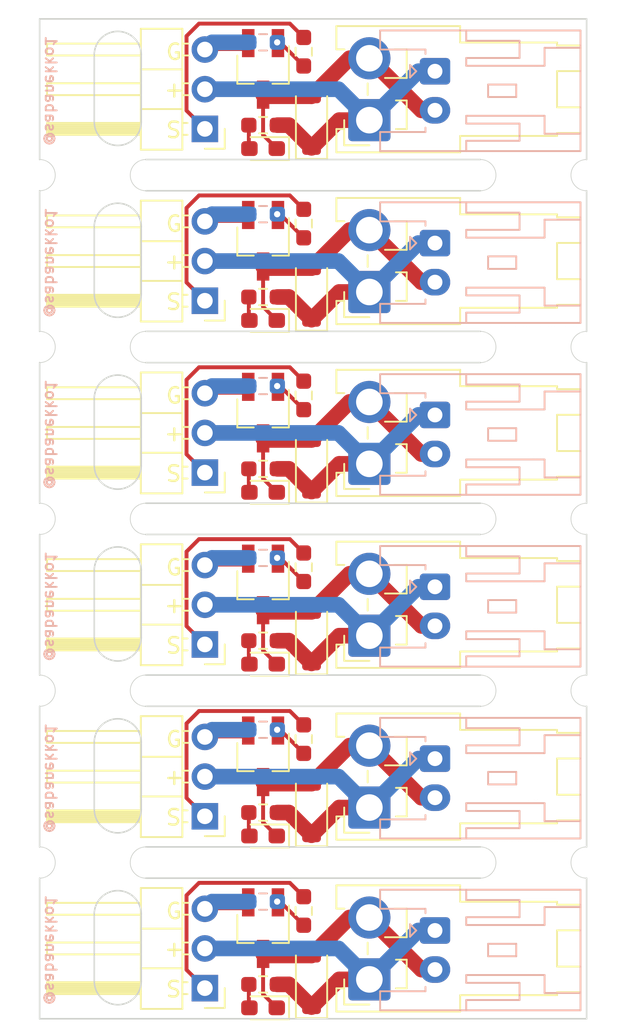
<source format=kicad_pcb>
(kicad_pcb (version 20221018) (generator pcbnew)
  (layers (0 "F.Cu" signal) (31 "B.Cu" signal) (34 "B.Paste" user) (35 "F.Paste" user) (36 "B.SilkS" user "B.Silkscreen") (37 "F.SilkS" user "F.Silkscreen") (38 "B.Mask" user) (39 "F.Mask" user) (44 "Edge.Cuts" user))
  (net 0 "")
  (net 1 "+BATT")
  (net 2 "Net-(D1-A)")
  (net 3 "Net-(D2-A)")
  (net 4 "Net-(J1-Pin_1)")
  (net 5 "GND")
  (net 6 "Net-(Q1-B)")
  (footprint "Robocon_Connector:Mouse_bits_2x5" (layer "F.Cu") (at 103.4 56.05)
    (fp_text reference "REF**5" hide)
    (fp_text value "Mouse_bits_2x5")
    (fp_arc (start -3.4 -0.05) (mid -2.4 0.95) (end -3.4 1.95) (stroke (width 0.05)) (layer "Edge.Cuts"))
    (fp_arc (start 3.4 1.95) (mid 2.4 0.95) (end 3.4 -0.05) (stroke (width 0.05)) (layer "Edge.Cuts"))
  )
  (footprint "Package_TO_SOT_SMD:SC-59_Handsoldering" (layer "F.Cu") (at 114.3 83.2 -90)
    (fp_text reference "Q2" hide)
    (fp_text value "Q_NPN_BEC")
  )
  (footprint "Diode_SMD:D_SOD-123" (layer "F.Cu") (at 117.4 86.6 90)
    (fp_text reference "D3" hide)
    (fp_text value "D")
  )
  (footprint "Robocon_Connector:Mouse_bits_2x5" (layer "F.Cu") (at 103.4 78.05)
    (fp_text reference "REF**1" hide)
    (fp_text value "Mouse_bits_2x5")
    (fp_arc (start -3.4 -0.05) (mid -2.4 0.95) (end -3.4 1.95) (stroke (width 0.05)) (layer "Edge.Cuts"))
    (fp_arc (start 3.4 1.95) (mid 2.4 0.95) (end 3.4 -0.05) (stroke (width 0.05)) (layer "Edge.Cuts"))
  )
  (footprint "Robocon_Connector:Mouse_bits_2x5" (layer "F.Cu") (at 131.6 78.05)
    (fp_text reference "REF**2" hide)
    (fp_text value "Mouse_bits_2x5")
    (fp_arc (start -3.4 -0.05) (mid -2.4 0.95) (end -3.4 1.95) (stroke (width 0.05)) (layer "Edge.Cuts"))
    (fp_arc (start 3.4 1.95) (mid 2.4 0.95) (end 3.4 -0.05) (stroke (width 0.05)) (layer "Edge.Cuts"))
  )
  (footprint "Diode_SMD:D_SOD-123" (layer "F.Cu") (at 117.4 53.6 90)
    (fp_text reference "D9" hide)
    (fp_text value "D")
  )
  (footprint "Connector_PinHeader_2.54mm:PinHeader_1x03_P2.54mm_Horizontal" (layer "F.Cu") (at 110.575 87.04 180)
    (fp_text reference "J4" hide)
    (fp_text value "Conn_01x03")
  )
  (footprint "Connector_PinHeader_2.54mm:PinHeader_1x03_P2.54mm_Horizontal" (layer "F.Cu") (at 110.575 76.04 180)
    (fp_text reference "J7" hide)
    (fp_text value "Conn_01x03")
  )
  (footprint "Resistor_SMD:R_0603_1608Metric_Pad0.98x0.95mm_HandSolder" (layer "F.Cu") (at 114.3 75.8 180)
    (fp_text reference "R9" hide)
    (fp_text value "R")
  )
  (footprint "LED_SMD:LED_0603_1608Metric_Pad1.05x0.95mm_HandSolder" (layer "F.Cu") (at 114.3 99.3 180)
    (fp_text reference "D2" hide)
    (fp_text value "LED")
  )
  (footprint "Robocon_Connector:Mouse_bits_2x5" (layer "F.Cu") (at 131.6 45.05)
    (fp_text reference "REF**8" hide)
    (fp_text value "Mouse_bits_2x5")
    (fp_arc (start -3.4 -0.05) (mid -2.4 0.95) (end -3.4 1.95) (stroke (width 0.05)) (layer "Edge.Cuts"))
    (fp_arc (start 3.4 1.95) (mid 2.4 0.95) (end 3.4 -0.05) (stroke (width 0.05)) (layer "Edge.Cuts"))
  )
  (footprint "Resistor_SMD:R_0603_1608Metric_Pad0.98x0.95mm_HandSolder" (layer "F.Cu") (at 114.3 64.8 180)
    (fp_text reference "R12" hide)
    (fp_text value "R")
  )
  (footprint "Resistor_SMD:R_0603_1608Metric_Pad0.98x0.95mm_HandSolder" (layer "F.Cu") (at 114.3 42.8 180)
    (fp_text reference "R18" hide)
    (fp_text value "R")
  )
  (footprint "LED_SMD:LED_0603_1608Metric_Pad1.05x0.95mm_HandSolder" (layer "F.Cu") (at 114.3 44.3 180)
    (fp_text reference "D12" hide)
    (fp_text value "LED")
  )
  (footprint "Resistor_SMD:R_0603_1608Metric_Pad0.98x0.95mm_HandSolder" (layer "F.Cu") (at 116.9 93.1 -90)
    (fp_text reference "R1" hide)
    (fp_text value "R")
  )
  (footprint "Robocon_Connector:Mouse_bits_2x5" (layer "F.Cu") (at 131.6 67.05)
    (fp_text reference "REF**4" hide)
    (fp_text value "Mouse_bits_2x5")
    (fp_arc (start -3.4 -0.05) (mid -2.4 0.95) (end -3.4 1.95) (stroke (width 0.05)) (layer "Edge.Cuts"))
    (fp_arc (start 3.4 1.95) (mid 2.4 0.95) (end 3.4 -0.05) (stroke (width 0.05)) (layer "Edge.Cuts"))
  )
  (footprint "Robocon_Connector:Mouse_bits_2x5" (layer "F.Cu") (at 103.4 45.05)
    (fp_text reference "REF**7" hide)
    (fp_text value "Mouse_bits_2x5")
    (fp_arc (start -3.4 -0.05) (mid -2.4 0.95) (end -3.4 1.95) (stroke (width 0.05)) (layer "Edge.Cuts"))
    (fp_arc (start 3.4 1.95) (mid 2.4 0.95) (end 3.4 -0.05) (stroke (width 0.05)) (layer "Edge.Cuts"))
  )
  (footprint "Resistor_SMD:R_0603_1608Metric_Pad0.98x0.95mm_HandSolder" (layer "F.Cu") (at 114.3 86.8 180)
    (fp_text reference "R6" hide)
    (fp_text value "R")
  )
  (footprint "Robocon_Connector:Mouse_bits_2x5" (layer "F.Cu") (at 131.6 89.05)
    (fp_text reference "REF**" hide)
    (fp_text value "Mouse_bits_2x5")
    (fp_arc (start -3.4 -0.05) (mid -2.4 0.95) (end -3.4 1.95) (stroke (width 0.05)) (layer "Edge.Cuts"))
    (fp_arc (start 3.4 1.95) (mid 2.4 0.95) (end 3.4 -0.05) (stroke (width 0.05)) (layer "Edge.Cuts"))
  )
  (footprint "Package_TO_SOT_SMD:SC-59_Handsoldering" (layer "F.Cu") (at 114.3 50.2 -90)
    (fp_text reference "Q5" hide)
    (fp_text value "Q_NPN_BEC")
  )
  (footprint "LED_SMD:LED_0603_1608Metric_Pad1.05x0.95mm_HandSolder" (layer "F.Cu") (at 114.3 77.3 180)
    (fp_text reference "D6" hide)
    (fp_text value "LED")
  )
  (footprint "LED_SMD:LED_0603_1608Metric_Pad1.05x0.95mm_HandSolder" (layer "F.Cu") (at 114.3 88.3 180)
    (fp_text reference "D4" hide)
    (fp_text value "LED")
  )
  (footprint "Package_TO_SOT_SMD:SC-59_Handsoldering" (layer "F.Cu") (at 114.3 94.2 -90)
    (fp_text reference "Q1" hide)
    (fp_text value "Q_NPN_BEC")
  )
  (footprint "Resistor_SMD:R_0603_1608Metric_Pad0.98x0.95mm_HandSolder" (layer "F.Cu") (at 114.3 97.8 180)
    (fp_text reference "R3" hide)
    (fp_text value "R")
  )
  (footprint "Diode_SMD:D_SOD-123" (layer "F.Cu") (at 117.4 97.6 90)
    (fp_text reference "D1" hide)
    (fp_text value "D")
  )
  (footprint "Resistor_SMD:R_0603_1608Metric_Pad0.98x0.95mm_HandSolder" (layer "F.Cu") (at 116.9 82.1 -90)
    (fp_text reference "R4" hide)
    (fp_text value "R")
  )
  (footprint "Resistor_SMD:R_0603_1608Metric_Pad0.98x0.95mm_HandSolder" (layer "F.Cu") (at 116.9 60.1 -90)
    (fp_text reference "R10" hide)
    (fp_text value "R")
  )
  (footprint "Resistor_SMD:R_0603_1608Metric_Pad0.98x0.95mm_HandSolder" (layer "F.Cu") (at 116.9 38.1 -90)
    (fp_text reference "R16" hide)
    (fp_text value "R")
  )
  (footprint "Robocon_Connector:Mouse_bits_2x5" (layer "F.Cu") (at 103.4 67.05)
    (fp_text reference "REF**3" hide)
    (fp_text value "Mouse_bits_2x5")
    (fp_arc (start -3.4 -0.05) (mid -2.4 0.95) (end -3.4 1.95) (stroke (width 0.05)) (layer "Edge.Cuts"))
    (fp_arc (start 3.4 1.95) (mid 2.4 0.95) (end 3.4 -0.05) (stroke (width 0.05)) (layer "Edge.Cuts"))
  )
  (footprint "Connector_JST:JST_VH_S2P-VH_1x02_P3.96mm_Horizontal" (layer "F.Cu") (at 121.1 53.48 90)
    (fp_text reference "J15" hide)
    (fp_text value "Conn_01x02")
  )
  (footprint "Resistor_SMD:R_0603_1608Metric_Pad0.98x0.95mm_HandSolder" (layer "F.Cu") (at 116.9 71.1 -90)
    (fp_text reference "R7" hide)
    (fp_text value "R")
  )
  (footprint "Resistor_SMD:R_0603_1608Metric_Pad0.98x0.95mm_HandSolder" (layer "F.Cu") (at 114.3 53.8 180)
    (fp_text reference "R15" hide)
    (fp_text value "R")
  )
  (footprint "Resistor_SMD:R_0603_1608Metric_Pad0.98x0.95mm_HandSolder" (layer "F.Cu") (at 116.9 49.1 -90)
    (fp_text reference "R13" hide)
    (fp_text value "R")
  )
  (footprint "Robocon_Connector:Mouse_bits_2x5" (layer "F.Cu") (at 103.4 89.05)
    (fp_text reference "REF**" hide)
    (fp_text value "Mouse_bits_2x5")
    (fp_arc (start -3.4 -0.05) (mid -2.4 0.95) (end -3.4 1.95) (stroke (width 0.05)) (layer "Edge.Cuts"))
    (fp_arc (start 3.4 1.95) (mid 2.4 0.95) (end 3.4 -0.05) (stroke (width 0.05)) (layer "Edge.Cuts"))
  )
  (footprint "Diode_SMD:D_SOD-123" (layer "F.Cu") (at 117.4 64.6 90)
    (fp_text reference "D7" hide)
    (fp_text value "D")
  )
  (footprint "LED_SMD:LED_0603_1608Metric_Pad1.05x0.95mm_HandSolder" (layer "F.Cu") (at 114.3 66.3 180)
    (fp_text reference "D8" hide)
    (fp_text value "LED")
  )
  (footprint "Connector_PinHeader_2.54mm:PinHeader_1x03_P2.54mm_Horizontal" (layer "F.Cu") (at 110.575 98.04 180)
    (fp_text reference "J1" hide)
    (fp_text value "Conn_01x03")
  )
  (footprint "Connector_PinHeader_2.54mm:PinHeader_1x03_P2.54mm_Horizontal" (layer "F.Cu") (at 110.575 54.04 180)
    (fp_text reference "J13" hide)
    (fp_text value "Conn_01x03")
  )
  (footprint "Diode_SMD:D_SOD-123" (layer "F.Cu") (at 117.4 75.6 90)
    (fp_text reference "D5" hide)
    (fp_text value "D")
  )
  (footprint "Package_TO_SOT_SMD:SC-59_Handsoldering" (layer "F.Cu") (at 114.3 72.2 -90)
    (fp_text reference "Q3" hide)
    (fp_text value "Q_NPN_BEC")
  )
  (footprint "Robocon_Connector:Mouse_bits_2x5" (layer "F.Cu") (at 131.6 56.05)
    (fp_text reference "REF**6" hide)
    (fp_text value "Mouse_bits_2x5")
    (fp_arc (start -3.4 -0.05) (mid -2.4 0.95) (end -3.4 1.95) (stroke (width 0.05)) (layer "Edge.Cuts"))
    (fp_arc (start 3.4 1.95) (mid 2.4 0.95) (end 3.4 -0.05) (stroke (width 0.05)) (layer "Edge.Cuts"))
  )
  (footprint "Connector_JST:JST_VH_S2P-VH_1x02_P3.96mm_Horizontal" (layer "F.Cu") (at 121.1 75.48 90)
    (fp_text reference "J9" hide)
    (fp_text value "Conn_01x02")
  )
  (footprint "LED_SMD:LED_0603_1608Metric_Pad1.05x0.95mm_HandSolder" (layer "F.Cu") (at 114.3 55.3 180)
    (fp_text reference "D10" hide)
    (fp_text value "LED")
  )
  (footprint "Connector_JST:JST_VH_S2P-VH_1x02_P3.96mm_Horizontal" (layer "F.Cu") (at 121.1 42.48 90)
    (fp_text reference "J18" hide)
    (fp_text value "Conn_01x02")
  )
  (footprint "Connector_JST:JST_VH_S2P-VH_1x02_P3.96mm_Horizontal" (layer "F.Cu") (at 121.1 86.48 90)
    (fp_text reference "J6" hide)
    (fp_text value "Conn_01x02")
  )
  (footprint "Connector_PinHeader_2.54mm:PinHeader_1x03_P2.54mm_Horizontal" (layer "F.Cu") (at 110.575 65.04 180)
    (fp_text reference "J10" hide)
    (fp_text value "Conn_01x03")
  )
  (footprint "Package_TO_SOT_SMD:SC-59_Handsoldering" (layer "F.Cu") (at 114.3 61.2 -90)
    (fp_text reference "Q4" hide)
    (fp_text value "Q_NPN_BEC")
  )
  (footprint "Connector_PinHeader_2.54mm:PinHeader_1x03_P2.54mm_Horizontal" (layer "F.Cu") (at 110.575 43.04 180)
    (fp_text reference "J16" hide)
    (fp_text value "Conn_01x03")
  )
  (footprint "Diode_SMD:D_SOD-123" (layer "F.Cu") (at 117.4 42.6 90)
    (fp_text reference "D11" hide)
    (fp_text value "D")
  )
  (footprint "Package_TO_SOT_SMD:SC-59_Handsoldering" (layer "F.Cu") (at 114.3 39.2 -90)
    (fp_text reference "Q6" hide)
    (fp_text value "Q_NPN_BEC")
  )
  (footprint "Connector_JST:JST_VH_S2P-VH_1x02_P3.96mm_Horizontal" (layer "F.Cu") (at 121.1 97.48 90)
    (fp_text reference "J3" hide)
    (fp_text value "Conn_01x02")
  )
  (footprint "Connector_JST:JST_VH_S2P-VH_1x02_P3.96mm_Horizontal" (layer "F.Cu") (at 121.1 64.48 90)
    (fp_text reference "J12" hide)
    (fp_text value "Conn_01x02")
  )
  (footprint "Connector_JST:JST_XA_S02B-XASK-1_1x02_P2.50mm_Horizontal" (layer "B.Cu") (at 125.3 72.35 -90)
    (fp_text reference "J8" hide)
    (fp_text value "Conn_01x02")
  )
  (footprint "Resistor_SMD:R_0603_1608Metric_Pad0.98x0.95mm_HandSolder" (layer "B.Cu") (at 114.3 59.5)
    (fp_text reference "R11" hide)
    (fp_text value "R")
  )
  (footprint "Resistor_SMD:R_0603_1608Metric_Pad0.98x0.95mm_HandSolder" (layer "B.Cu") (at 114.3 81.5)
    (fp_text reference "R5" hide)
    (fp_text value "R")
  )
  (footprint "Resistor_SMD:R_0603_1608Metric_Pad0.98x0.95mm_HandSolder" (layer "B.Cu") (at 114.3 70.5)
    (fp_text reference "R8" hide)
    (fp_text value "R")
  )
  (footprint "Resistor_SMD:R_0603_1608Metric_Pad0.98x0.95mm_HandSolder" (layer "B.Cu") (at 114.3 37.5)
    (fp_text reference "R17" hide)
    (fp_text value "R")
  )
  (footprint "Connector_JST:JST_XA_S02B-XASK-1_1x02_P2.50mm_Horizontal" (layer "B.Cu") (at 125.3 61.35 -90)
    (fp_text reference "J11" hide)
    (fp_text value "Conn_01x02")
  )
  (footprint "Connector_JST:JST_XA_S02B-XASK-1_1x02_P2.50mm_Horizontal" (layer "B.Cu") (at 125.3 94.35 -90)
    (fp_text reference "J2" hide)
    (fp_text value "Conn_01x02")
  )
  (footprint "Resistor_SMD:R_0603_1608Metric_Pad0.98x0.95mm_HandSolder" (layer "B.Cu") (at 114.3 48.5)
    (fp_text reference "R14" hide)
    (fp_text value "R")
  )
  (footprint "Resistor_SMD:R_0603_1608Metric_Pad0.98x0.95mm_HandSolder" (layer "B.Cu") (at 114.3 92.5)
    (fp_text reference "R2" hide)
    (fp_text value "R")
  )
  (footprint "Connector_JST:JST_XA_S02B-XASK-1_1x02_P2.50mm_Horizontal" (layer "B.Cu") (at 125.3 83.35 -90)
    (fp_text reference "J5" hide)
    (fp_text value "Conn_01x02")
  )
  (footprint "Connector_JST:JST_XA_S02B-XASK-1_1x02_P2.50mm_Horizontal" (layer "B.Cu") (at 125.3 50.35 -90)
    (fp_text reference "J14" hide)
    (fp_text value "Conn_01x02")
  )
  (footprint "Connector_JST:JST_XA_S02B-XASK-1_1x02_P2.50mm_Horizontal" (layer "B.Cu") (at 125.3 39.35 -90)
    (fp_text reference "J17" hide)
    (fp_text value "Conn_01x02")
  )
  (gr_line (start 106.8 47) (end 128.2 47) (stroke (width 0.1)) (layer "Edge.Cuts"))
  (gr_line (start 100 91) (end 100 100) (stroke (width 0.1)) (layer "Edge.Cuts"))
  (gr_arc (start 103.500001 38.4) (mid 104.949972 36.797504) (end 106.503329 38.3) (stroke (width 0.1)) (layer "Edge.Cuts"))
  (gr_line (start 106.5 49.3) (end 106.5 53.6) (stroke (width 0.1)) (layer "Edge.Cuts"))
  (gr_line (start 103.5 93.4) (end 103.5 97.6) (stroke (width 0.1)) (layer "Edge.Cuts"))
  (gr_line (start 135 47) (end 135 56) (stroke (width 0.1)) (layer "Edge.Cuts"))
  (gr_line (start 100 47) (end 100 56) (stroke (width 0.1)) (layer "Edge.Cuts"))
  (gr_line (start 106.5 93.3) (end 106.5 97.6) (stroke (width 0.1)) (layer "Edge.Cuts"))
  (gr_arc (start 106.5 97.6) (mid 105 99.1) (end 103.5 97.6) (stroke (width 0.1)) (layer "Edge.Cuts"))
  (gr_line (start 106.8 69) (end 128.2 69) (stroke (width 0.1)) (layer "Edge.Cuts"))
  (gr_arc (start 103.500001 82.4) (mid 104.949972 80.797504) (end 106.503329 82.3) (stroke (width 0.1)) (layer "Edge.Cuts"))
  (gr_line (start 103.5 38.4) (end 103.5 42.6) (stroke (width 0.1)) (layer "Edge.Cuts"))
  (gr_line (start 106.5 60.3) (end 106.5 64.6) (stroke (width 0.1)) (layer "Edge.Cuts"))
  (gr_line (start 106.8 91) (end 128.2 91) (stroke (width 0.1)) (layer "Edge.Cuts"))
  (gr_line (start 135 80) (end 135 89) (stroke (width 0.1)) (layer "Edge.Cuts"))
  (gr_line (start 103.5 49.4) (end 103.5 53.6) (stroke (width 0.1)) (layer "Edge.Cuts"))
  (gr_arc (start 103.500001 60.4) (mid 104.949972 58.797504) (end 106.503329 60.3) (stroke (width 0.1)) (layer "Edge.Cuts"))
  (gr_line (start 106.8 89) (end 128.2 89) (stroke (width 0.1)) (layer "Edge.Cuts"))
  (gr_line (start 106.5 71.3) (end 106.5 75.6) (stroke (width 0.1)) (layer "Edge.Cuts"))
  (gr_line (start 106.8 58) (end 128.2 58) (stroke (width 0.1)) (layer "Edge.Cuts"))
  (gr_line (start 103.5 60.4) (end 103.5 64.6) (stroke (width 0.1)) (layer "Edge.Cuts"))
  (gr_line (start 100 58) (end 100 67) (stroke (width 0.1)) (layer "Edge.Cuts"))
  (gr_line (start 100 36) (end 100 45) (stroke (width 0.1)) (layer "Edge.Cuts"))
  (gr_arc (start 103.500001 93.4) (mid 104.949972 91.797504) (end 106.503329 93.3) (stroke (width 0.1)) (layer "Edge.Cuts"))
  (gr_line (start 106.8 45) (end 128.2 45) (stroke (width 0.1)) (layer "Edge.Cuts"))
  (gr_line (start 106.8 80) (end 128.2 80) (stroke (width 0.1)) (layer "Edge.Cuts"))
  (gr_arc (start 106.5 53.6) (mid 105 55.1) (end 103.5 53.6) (stroke (width 0.1)) (layer "Edge.Cuts"))
  (gr_line (start 106.8 78) (end 128.2 78) (stroke (width 0.1)) (layer "Edge.Cuts"))
  (gr_line (start 106.8 56) (end 128.2 56) (stroke (width 0.1)) (layer "Edge.Cuts"))
  (gr_line (start 135 91) (end 135 100) (stroke (width 0.1)) (layer "Edge.Cuts"))
  (gr_arc (start 103.500001 49.4) (mid 104.949972 47.797504) (end 106.503329 49.3) (stroke (width 0.1)) (layer "Edge.Cuts"))
  (gr_arc (start 106.5 64.6) (mid 105 66.1) (end 103.5 64.6) (stroke (width 0.1)) (layer "Edge.Cuts"))
  (gr_line (start 103.5 71.4) (end 103.5 75.6) (stroke (width 0.1)) (layer "Edge.Cuts"))
  (gr_arc (start 106.5 75.6) (mid 105 77.1) (end 103.5 75.6) (stroke (width 0.1)) (layer "Edge.Cuts"))
  (gr_line (start 135 69) (end 135 78) (stroke (width 0.1)) (layer "Edge.Cuts"))
  (gr_line (start 106.5 82.3) (end 106.5 86.6) (stroke (width 0.1)) (layer "Edge.Cuts"))
  (gr_line (start 100 69) (end 100 78) (stroke (width 0.1)) (layer "Edge.Cuts"))
  (gr_line (start 100 36) (end 135 36) (stroke (width 0.1)) (layer "Edge.Cuts"))
  (gr_arc (start 106.5 42.6) (mid 105 44.1) (end 103.5 42.6) (stroke (width 0.1)) (layer "Edge.Cuts"))
  (gr_line (start 100 100) (end 135 100) (stroke (width 0.1)) (layer "Edge.Cuts"))
  (gr_line (start 135 58) (end 135 67) (stroke (width 0.1)) (layer "Edge.Cuts"))
  (gr_arc (start 103.500001 71.4) (mid 104.949972 69.797504) (end 106.503329 71.3) (stroke (width 0.1)) (layer "Edge.Cuts"))
  (gr_line (start 106.5 38.3) (end 106.5 42.6) (stroke (width 0.1)) (layer "Edge.Cuts"))
  (gr_line (start 103.5 82.4) (end 103.5 86.6) (stroke (width 0.1)) (layer "Edge.Cuts"))
  (gr_line (start 100 80) (end 100 89) (stroke (width 0.1)) (layer "Edge.Cuts"))
  (gr_line (start 135 36) (end 135 45) (stroke (width 0.1)) (layer "Edge.Cuts"))
  (gr_arc (start 106.5 86.6) (mid 105 88.1) (end 103.5 86.6) (stroke (width 0.1)) (layer "Edge.Cuts"))
  (gr_line (start 106.8 67) (end 128.2 67) (stroke (width 0.1)) (layer "Edge.Cuts"))
  (gr_text "@sabanekko1" (at 100.3 88.2 -90) (layer "B.SilkS") (effects (font (size 0.7 0.7) (thickness 0.12) bold) (justify left bottom mirror)))
  (gr_text "@sabanekko1" (at 100.3 55.2 -90) (layer "B.SilkS") (effects (font (size 0.7 0.7) (thickness 0.12) bold) (justify left bottom mirror)))
  (gr_text "@sabanekko1" (at 100.3 66.2 -90) (layer "B.SilkS") (effects (font (size 0.7 0.7) (thickness 0.12) bold) (justify left bottom mirror)))
  (gr_text "@sabanekko1" (at 100.3 99.2 -90) (layer "B.SilkS") (effects (font (size 0.7 0.7) (thickness 0.12) bold) (justify left bottom mirror)))
  (gr_text "@sabanekko1" (at 100.3 44.2 -90) (layer "B.SilkS") (effects (font (size 0.7 0.7) (thickness 0.12) bold) (justify left bottom mirror)))
  (gr_text "@sabanekko1" (at 100.3 77.2 -90) (layer "B.SilkS") (effects (font (size 0.7 0.7) (thickness 0.12) bold) (justify left bottom mirror)))
  (gr_text "+" (at 107.9 96.1) (layer "F.SilkS") (effects (font (size 1 1)) (justify left bottom)))
  (gr_text "+" (at 107.9 74.1) (layer "F.SilkS") (effects (font (size 1 1)) (justify left bottom)))
  (gr_text "+" (at 107.9 85.1) (layer "F.SilkS") (effects (font (size 1 1)) (justify left bottom)))
  (gr_text "G" (at 108 38.7) (layer "F.SilkS") (effects (font (size 1 1)) (justify left bottom)))
  (gr_text "G" (at 108 82.7) (layer "F.SilkS") (effects (font (size 1 1)) (justify left bottom)))
  (gr_text "S" (at 108 87.7) (layer "F.SilkS") (effects (font (size 1 1)) (justify left bottom)))
  (gr_text "G" (at 108 60.7) (layer "F.SilkS") (effects (font (size 1 1)) (justify left bottom)))
  (gr_text "G" (at 108 71.7) (layer "F.SilkS") (effects (font (size 1 1)) (justify left bottom)))
  (gr_text "S" (at 108 54.7) (layer "F.SilkS") (effects (font (size 1 1)) (justify left bottom)))
  (gr_text "+" (at 107.9 63.1) (layer "F.SilkS") (effects (font (size 1 1)) (justify left bottom)))
  (gr_text "+" (at 107.9 41.1) (layer "F.SilkS") (effects (font (size 1 1)) (justify left bottom)))
  (gr_text "S" (at 108 76.7) (layer "F.SilkS") (effects (font (size 1 1)) (justify left bottom)))
  (gr_text "S" (at 108 65.7) (layer "F.SilkS") (effects (font (size 1 1)) (justify left bottom)))
  (gr_text "S" (at 108 98.7) (layer "F.SilkS") (effects (font (size 1 1)) (justify left bottom)))
  (gr_text "G" (at 108 49.7) (layer "F.SilkS") (effects (font (size 1 1)) (justify left bottom)))
  (gr_text "S" (at 108 43.7) (layer "F.SilkS") (effects (font (size 1 1)) (justify left bottom)))
  (gr_text "+" (at 107.9 52.1) (layer "F.SilkS") (effects (font (size 1 1)) (justify left bottom)))
  (gr_text "G" (at 108 93.7) (layer "F.SilkS") (effects (font (size 1 1)) (justify left bottom)))
  (segment (start 119.17 75.48) (end 117.4 77.25) (width 1) (layer "F.Cu") (net 1))
  (segment (start 119.17 42.48) (end 117.4 44.25) (width 1) (layer "F.Cu") (net 1))
  (segment (start 121.1 97.48) (end 119.17 97.48) (width 1) (layer "F.Cu") (net 1))
  (segment (start 115.2125 75.8) (end 115.95 75.8) (width 1) (layer "F.Cu") (net 1))
  (segment (start 121.1 53.48) (end 119.17 53.48) (width 1) (layer "F.Cu") (net 1))
  (segment (start 121.1 64.48) (end 119.17 64.48) (width 1) (layer "F.Cu") (net 1))
  (segment (start 115.95 86.8) (end 117.4 88.25) (width 1) (layer "F.Cu") (net 1))
  (segment (start 121.1 86.48) (end 119.17 86.48) (width 1) (layer "F.Cu") (net 1))
  (segment (start 119.17 97.48) (end 117.4 99.25) (width 1) (layer "F.Cu") (net 1))
  (segment (start 115.2125 86.8) (end 115.95 86.8) (width 1) (layer "F.Cu") (net 1))
  (segment (start 115.95 75.8) (end 117.4 77.25) (width 1) (layer "F.Cu") (net 1))
  (segment (start 115.95 64.8) (end 117.4 66.25) (width 1) (layer "F.Cu") (net 1))
  (segment (start 115.2125 53.8) (end 115.95 53.8) (width 1) (layer "F.Cu") (net 1))
  (segment (start 121.1 42.48) (end 119.17 42.48) (width 1) (layer "F.Cu") (net 1))
  (segment (start 115.95 53.8) (end 117.4 55.25) (width 1) (layer "F.Cu") (net 1))
  (segment (start 115.2125 42.8) (end 115.95 42.8) (width 1) (layer "F.Cu") (net 1))
  (segment (start 119.17 53.48) (end 117.4 55.25) (width 1) (layer "F.Cu") (net 1))
  (segment (start 119.17 86.48) (end 117.4 88.25) (width 1) (layer "F.Cu") (net 1))
  (segment (start 115.2125 64.8) (end 115.95 64.8) (width 1) (layer "F.Cu") (net 1))
  (segment (start 115.95 97.8) (end 117.4 99.25) (width 1) (layer "F.Cu") (net 1))
  (segment (start 121.1 75.48) (end 119.17 75.48) (width 1) (layer "F.Cu") (net 1))
  (segment (start 115.2125 97.8) (end 115.95 97.8) (width 1) (layer "F.Cu") (net 1))
  (segment (start 115.95 42.8) (end 117.4 44.25) (width 1) (layer "F.Cu") (net 1))
  (segment (start 119.17 64.48) (end 117.4 66.25) (width 1) (layer "F.Cu") (net 1))
  (segment (start 119.12 62.5) (end 110.575 62.5) (width 1) (layer "B.Cu") (net 1))
  (segment (start 124.23 83.35) (end 121.1 86.48) (width 1) (layer "B.Cu") (net 1))
  (segment (start 121.1 75.48) (end 119.12 73.5) (width 1) (layer "B.Cu") (net 1))
  (segment (start 125.3 39.35) (end 124.23 39.35) (width 1) (layer "B.Cu") (net 1))
  (segment (start 124.23 61.35) (end 121.1 64.48) (width 1) (layer "B.Cu") (net 1))
  (segment (start 121.1 42.48) (end 119.12 40.5) (width 1) (layer "B.Cu") (net 1))
  (segment (start 119.12 73.5) (end 110.575 73.5) (width 1) (layer "B.Cu") (net 1))
  (segment (start 125.3 50.35) (end 124.23 50.35) (width 1) (layer "B.Cu") (net 1))
  (segment (start 119.12 95.5) (end 110.575 95.5) (width 1) (layer "B.Cu") (net 1))
  (segment (start 124.23 94.35) (end 121.1 97.48) (width 1) (layer "B.Cu") (net 1))
  (segment (start 119.12 40.5) (end 110.575 40.5) (width 1) (layer "B.Cu") (net 1))
  (segment (start 121.1 97.48) (end 119.12 95.5) (width 1) (layer "B.Cu") (net 1))
  (segment (start 124.23 39.35) (end 121.1 42.48) (width 1) (layer "B.Cu") (net 1))
  (segment (start 125.3 83.35) (end 124.23 83.35) (width 1) (layer "B.Cu") (net 1))
  (segment (start 125.3 94.35) (end 124.23 94.35) (width 1) (layer "B.Cu") (net 1))
  (segment (start 124.23 50.35) (end 121.1 53.48) (width 1) (layer "B.Cu") (net 1))
  (segment (start 119.12 84.5) (end 110.575 84.5) (width 1) (layer "B.Cu") (net 1))
  (segment (start 125.3 72.35) (end 124.23 72.35) (width 1) (layer "B.Cu") (net 1))
  (segment (start 121.1 64.48) (end 119.12 62.5) (width 1) (layer "B.Cu") (net 1))
  (segment (start 119.12 51.5) (end 110.575 51.5) (width 1) (layer "B.Cu") (net 1))
  (segment (start 125.3 61.35) (end 124.23 61.35) (width 1) (layer "B.Cu") (net 1))
  (segment (start 121.1 86.48) (end 119.12 84.5) (width 1) (layer "B.Cu") (net 1))
  (segment (start 124.23 72.35) (end 121.1 75.48) (width 1) (layer "B.Cu") (net 1))
  (segment (start 121.1 53.48) (end 119.12 51.5) (width 1) (layer "B.Cu") (net 1))
  (segment (start 115.2125 66.2625) (end 115.175 66.3) (width 0.25) (layer "F.Cu") (net 2))
  (segment (start 114.4 51.95) (end 114.3 51.85) (width 1) (layer "F.Cu") (net 2))
  (segment (start 119.83 38.52) (end 117.4 40.95) (width 1) (layer "F.Cu") (net 2))
  (segment (start 114.4 73.95) (end 114.3 73.85) (width 1) (layer "F.Cu") (net 2))
  (segment (start 121.1 82.52) (end 119.83 82.52) (width 1) (layer "F.Cu") (net 2))
  (segment (start 121.1 71.52) (end 119.83 71.52) (width 1) (layer "F.Cu") (net 2))
  (segment (start 117.4 73.95) (end 114.4 73.95) (width 1) (layer "F.Cu") (net 2))
  (segment (start 124.43 41.85) (end 121.1 38.52) (width 1) (layer "F.Cu") (net 2))
  (segment (start 124.43 74.85) (end 121.1 71.52) (width 1) (layer "F.Cu") (net 2))
  (segment (start 119.83 82.52) (end 117.4 84.95) (width 1) (layer "F.Cu") (net 2))
  (segment (start 115.2125 55.2625) (end 115.175 55.3) (width 0.25) (layer "F.Cu") (net 2))
  (segment (start 124.43 63.85) (end 121.1 60.52) (width 1) (layer "F.Cu") (net 2))
  (segment (start 114.3 76.425) (end 114.3 73.85) (width 0.25) (layer "F.Cu") (net 2))
  (segment (start 125.3 63.85) (end 124.43 63.85) (width 1) (layer "F.Cu") (net 2))
  (segment (start 114.4 84.95) (end 114.3 84.85) (width 1) (layer "F.Cu") (net 2))
  (segment (start 121.1 93.52) (end 119.83 93.52) (width 1) (layer "F.Cu") (net 2))
  (segment (start 115.175 66.3) (end 114.3 65.425) (width 0.25) (layer "F.Cu") (net 2))
  (segment (start 115.2125 44.2625) (end 115.175 44.3) (width 0.25) (layer "F.Cu") (net 2))
  (segment (start 115.175 88.3) (end 114.3 87.425) (width 0.25) (layer "F.Cu") (net 2))
  (segment (start 121.1 60.52) (end 119.83 60.52) (width 1) (layer "F.Cu") (net 2))
  (segment (start 124.43 85.85) (end 121.1 82.52) (width 1) (layer "F.Cu") (net 2))
  (segment (start 124.43 96.85) (end 121.1 93.52) (width 1) (layer "F.Cu") (net 2))
  (segment (start 117.4 62.95) (end 114.4 62.95) (width 1) (layer "F.Cu") (net 2))
  (segment (start 114.3 87.425) (end 114.3 84.85) (width 0.25) (layer "F.Cu") (net 2))
  (segment (start 114.3 54.425) (end 114.3 51.85) (width 0.25) (layer "F.Cu") (net 2))
  (segment (start 114.3 98.425) (end 114.3 95.85) (width 0.25) (layer "F.Cu") (net 2))
  (segment (start 125.3 85.85) (end 124.43 85.85) (width 1) (layer "F.Cu") (net 2))
  (segment (start 115.2125 77.2625) (end 115.175 77.3) (width 0.25) (layer "F.Cu") (net 2))
  (segment (start 114.3 65.425) (end 114.3 62.85) (width 0.25) (layer "F.Cu") (net 2))
  (segment (start 119.83 71.52) (end 117.4 73.95) (width 1) (layer "F.Cu") (net 2))
  (segment (start 119.83 93.52) (end 117.4 95.95) (width 1) (layer "F.Cu") (net 2))
  (segment (start 115.175 44.3) (end 114.3 43.425) (width 0.25) (layer "F.Cu") (net 2))
  (segment (start 115.2125 99.2625) (end 115.175 99.3) (width 0.25) (layer "F.Cu") (net 2))
  (segment (start 115.175 99.3) (end 114.3 98.425) (width 0.25) (layer "F.Cu") (net 2))
  (segment (start 114.3 43.425) (end 114.3 40.85) (width 0.25) (layer "F.Cu") (net 2))
  (segment (start 117.4 40.95) (end 114.4 40.95) (width 1) (layer "F.Cu") (net 2))
  (segment (start 121.1 49.52) (end 119.83 49.52) (width 1) (layer "F.Cu") (net 2))
  (segment (start 117.4 95.95) (end 114.4 95.95) (width 1) (layer "F.Cu") (net 2))
  (segment (start 114.4 95.95) (end 114.3 95.85) (width 1) (layer "F.Cu") (net 2))
  (segment (start 125.3 41.85) (end 124.43 41.85) (width 1) (layer "F.Cu") (net 2))
  (segment (start 114.4 62.95) (end 114.3 62.85) (width 1) (layer "F.Cu") (net 2))
  (segment (start 117.4 51.95) (end 114.4 51.95) (width 1) (layer "F.Cu") (net 2))
  (segment (start 124.43 52.85) (end 121.1 49.52) (width 1) (layer "F.Cu") (net 2))
  (segment (start 125.3 96.85) (end 124.43 96.85) (width 1) (layer "F.Cu") (net 2))
  (segment (start 125.3 74.85) (end 124.43 74.85) (width 1) (layer "F.Cu") (net 2))
  (segment (start 117.4 84.95) (end 114.4 84.95) (width 1) (layer "F.Cu") (net 2))
  (segment (start 121.1 38.52) (end 119.83 38.52) (width 1) (layer "F.Cu") (net 2))
  (segment (start 125.3 52.85) (end 124.43 52.85) (width 1) (layer "F.Cu") (net 2))
  (segment (start 115.2125 88.2625) (end 115.175 88.3) (width 0.25) (layer "F.Cu") (net 2))
  (segment (start 115.175 77.3) (end 114.3 76.425) (width 0.25) (layer "F.Cu") (net 2))
  (segment (start 119.83 60.52) (end 117.4 62.95) (width 1) (layer "F.Cu") (net 2))
  (segment (start 115.175 55.3) (end 114.3 54.425) (width 0.25) (layer "F.Cu") (net 2))
  (segment (start 119.83 49.52) (end 117.4 51.95) (width 1) (layer "F.Cu") (net 2))
  (segment (start 114.4 40.95) (end 114.3 40.85) (width 1) (layer "F.Cu") (net 2))
  (segment (start 113.3875 77.2625) (end 113.425 77.3) (width 0.25) (layer "F.Cu") (net 3))
  (segment (start 113.3875 42.8) (end 113.3875 44.2625) (width 0.25) (layer "F.Cu") (net 3))
  (segment (start 113.3875 55.2625) (end 113.425 55.3) (width 0.25) (layer "F.Cu") (net 3))
  (segment (start 113.3875 64.8) (end 113.3875 66.2625) (width 0.25) (layer "F.Cu") (net 3))
  (segment (start 113.3875 44.2625) (end 113.425 44.3) (width 0.25) (layer "F.Cu") (net 3))
  (segment (start 113.3875 53.8) (end 113.3875 55.2625) (width 0.25) (layer "F.Cu") (net 3))
  (segment (start 113.3875 66.2625) (end 113.425 66.3) (width 0.25) (layer "F.Cu") (net 3))
  (segment (start 113.3875 75.8) (end 113.3875 77.2625) (width 0.25) (layer "F.Cu") (net 3))
  (segment (start 113.3875 88.2625) (end 113.425 88.3) (width 0.25) (layer "F.Cu") (net 3))
  (segment (start 113.3875 99.2625) (end 113.425 99.3) (width 0.25) (layer "F.Cu") (net 3))
  (segment (start 113.3875 97.8) (end 113.3875 99.2625) (width 0.25) (layer "F.Cu") (net 3))
  (segment (start 113.3875 86.8) (end 113.3875 88.2625) (width 0.25) (layer "F.Cu") (net 3))
  (segment (start 109.4 52.865) (end 109.4 48.1) (width 0.25) (layer "F.Cu") (net 4))
  (segment (start 110.2 47.3) (end 116.0125 47.3) (width 0.25) (layer "F.Cu") (net 4))
  (segment (start 110.575 98.04) (end 109.4 96.865) (width 0.25) (layer "F.Cu") (net 4))
  (segment (start 110.575 76.04) (end 109.4 74.865) (width 0.25) (layer "F.Cu") (net 4))
  (segment (start 109.4 92.1) (end 110.2 91.3) (width 0.25) (layer "F.Cu") (net 4))
  (segment (start 109.4 48.1) (end 110.2 47.3) (width 0.25) (layer "F.Cu") (net 4))
  (segment (start 116.0125 47.3) (end 116.9 48.1875) (width 0.25) (layer "F.Cu") (net 4))
  (segment (start 109.4 81.1) (end 110.2 80.3) (width 0.25) (layer "F.Cu") (net 4))
  (segment (start 110.2 58.3) (end 116.0125 58.3) (width 0.25) (layer "F.Cu") (net 4))
  (segment (start 110.575 87.04) (end 109.4 85.865) (width 0.25) (layer "F.Cu") (net 4))
  (segment (start 116.0125 69.3) (end 116.9 70.1875) (width 0.25) (layer "F.Cu") (net 4))
  (segment (start 109.4 74.865) (end 109.4 70.1) (width 0.25) (layer "F.Cu") (net 4))
  (segment (start 109.4 37.1) (end 110.2 36.3) (width 0.25) (layer "F.Cu") (net 4))
  (segment (start 109.4 63.865) (end 109.4 59.1) (width 0.25) (layer "F.Cu") (net 4))
  (segment (start 110.2 69.3) (end 116.0125 69.3) (width 0.25) (layer "F.Cu") (net 4))
  (segment (start 110.2 91.3) (end 116.0125 91.3) (width 0.25) (layer "F.Cu") (net 4))
  (segment (start 110.2 36.3) (end 116.0125 36.3) (width 0.25) (layer "F.Cu") (net 4))
  (segment (start 109.4 96.865) (end 109.4 92.1) (width 0.25) (layer "F.Cu") (net 4))
  (segment (start 116.0125 80.3) (end 116.9 81.1875) (width 0.25) (layer "F.Cu") (net 4))
  (segment (start 116.0125 36.3) (end 116.9 37.1875) (width 0.25) (layer "F.Cu") (net 4))
  (segment (start 109.4 59.1) (end 110.2 58.3) (width 0.25) (layer "F.Cu") (net 4))
  (segment (start 116.0125 91.3) (end 116.9 92.1875) (width 0.25) (layer "F.Cu") (net 4))
  (segment (start 109.4 41.865) (end 109.4 37.1) (width 0.25) (layer "F.Cu") (net 4))
  (segment (start 116.0125 58.3) (end 116.9 59.1875) (width 0.25) (layer "F.Cu") (net 4))
  (segment (start 109.4 70.1) (end 110.2 69.3) (width 0.25) (layer "F.Cu") (net 4))
  (segment (start 110.2 80.3) (end 116.0125 80.3) (width 0.25) (layer "F.Cu") (net 4))
  (segment (start 110.575 54.04) (end 109.4 52.865) (width 0.25) (layer "F.Cu") (net 4))
  (segment (start 110.575 43.04) (end 109.4 41.865) (width 0.25) (layer "F.Cu") (net 4))
  (segment (start 110.575 65.04) (end 109.4 63.865) (width 0.25) (layer "F.Cu") (net 4))
  (segment (start 109.4 85.865) (end 109.4 81.1) (width 0.25) (layer "F.Cu") (net 4))
  (segment (start 113.35 48.55) (end 110.985 48.55) (width 1) (layer "F.Cu") (net 5))
  (segment (start 110.985 92.55) (end 110.575 92.96) (width 1) (layer "F.Cu") (net 5))
  (segment (start 110.985 48.55) (end 110.575 48.96) (width 1) (layer "F.Cu") (net 5))
  (segment (start 113.35 59.55) (end 110.985 59.55) (width 1) (layer "F.Cu") (net 5))
  (segment (start 113.35 81.55) (end 110.985 81.55) (width 1) (layer "F.Cu") (net 5))
  (segment (start 110.985 59.55) (end 110.575 59.96) (width 1) (layer "F.Cu") (net 5))
  (segment (start 113.35 37.55) (end 110.985 37.55) (width 1) (layer "F.Cu") (net 5))
  (segment (start 110.985 81.55) (end 110.575 81.96) (width 1) (layer "F.Cu") (net 5))
  (segment (start 110.985 70.55) (end 110.575 70.96) (width 1) (layer "F.Cu") (net 5))
  (segment (start 113.35 70.55) (end 110.985 70.55) (width 1) (layer "F.Cu") (net 5))
  (segment (start 110.985 37.55) (end 110.575 37.96) (width 1) (layer "F.Cu") (net 5))
  (segment (start 113.35 92.55) (end 110.985 92.55) (width 1) (layer "F.Cu") (net 5))
  (segment (start 111.035 37.5) (end 110.575 37.96) (width 1) (layer "B.Cu") (net 5))
  (segment (start 113.3875 81.5) (end 111.035 81.5) (width 1) (layer "B.Cu") (net 5))
  (segment (start 113.3875 37.5) (end 111.035 37.5) (width 1) (layer "B.Cu") (net 5))
  (segment (start 113.3875 59.5) (end 111.035 59.5) (width 1) (layer "B.Cu") (net 5))
  (segment (start 111.035 70.5) (end 110.575 70.96) (width 1) (layer "B.Cu") (net 5))
  (segment (start 113.3875 92.5) (end 111.035 92.5) (width 1) (layer "B.Cu") (net 5))
  (segment (start 111.035 48.5) (end 110.575 48.96) (width 1) (layer "B.Cu") (net 5))
  (segment (start 111.035 81.5) (end 110.575 81.96) (width 1) (layer "B.Cu") (net 5))
  (segment (start 111.035 59.5) (end 110.575 59.96) (width 1) (layer "B.Cu") (net 5))
  (segment (start 111.035 92.5) (end 110.575 92.96) (width 1) (layer "B.Cu") (net 5))
  (segment (start 113.3875 48.5) (end 111.035 48.5) (width 1) (layer "B.Cu") (net 5))
  (segment (start 113.3875 70.5) (end 111.035 70.5) (width 1) (layer "B.Cu") (net 5))
  (segment (start 115.25 70.55) (end 115.2 70.5) (width 0.25) (layer "F.Cu") (net 6))
  (segment (start 115.2 81.5) (end 115.4375 81.55) (width 0.25) (layer "F.Cu") (net 6))
  (segment (start 115.4375 92.55) (end 116.9 94.0125) (width 0.25) (layer "F.Cu") (net 6))
  (segment (start 115.2 59.5) (end 115.4375 59.55) (width 0.25) (layer "F.Cu") (net 6))
  (segment (start 115.4375 81.55) (end 116.9 83.0125) (width 0.25) (layer "F.Cu") (net 6))
  (segment (start 115.25 59.55) (end 115.2 59.5) (width 0.25) (layer "F.Cu") (net 6))
  (segment (start 115.25 48.55) (end 115.2 48.5) (width 0.25) (layer "F.Cu") (net 6))
  (segment (start 115.2 92.5) (end 115.4375 92.55) (width 0.25) (layer "F.Cu") (net 6))
  (segment (start 115.25 37.55) (end 115.2 37.5) (width 0.25) (layer "F.Cu") (net 6))
  (segment (start 115.4375 70.55) (end 116.9 72.0125) (width 0.25) (layer "F.Cu") (net 6))
  (segment (start 115.2 37.5) (end 115.4375 37.55) (width 0.25) (layer "F.Cu") (net 6))
  (segment (start 115.2 70.5) (end 115.4375 70.55) (width 0.25) (layer "F.Cu") (net 6))
  (segment (start 115.4375 59.55) (end 116.9 61.0125) (width 0.25) (layer "F.Cu") (net 6))
  (segment (start 115.4375 37.55) (end 116.9 39.0125) (width 0.25) (layer "F.Cu") (net 6))
  (segment (start 115.25 92.55) (end 115.2 92.5) (width 0.25) (layer "F.Cu") (net 6))
  (segment (start 115.25 81.55) (end 115.2 81.5) (width 0.25) (layer "F.Cu") (net 6))
  (segment (start 115.2 48.5) (end 115.4375 48.55) (width 0.25) (layer "F.Cu") (net 6))
  (segment (start 115.4375 48.55) (end 116.9 50.0125) (width 0.25) (layer "F.Cu") (net 6))
  (via (at 115.2 59.5) (size 0.8) (drill 0.4) (layers "F.Cu" "B.Cu") (net 6))
  (via (at 115.2 48.5) (size 0.8) (drill 0.4) (layers "F.Cu" "B.Cu") (net 6))
  (via (at 115.2 81.5) (size 0.8) (drill 0.4) (layers "F.Cu" "B.Cu") (net 6))
  (via (at 115.2 37.5) (size 0.8) (drill 0.4) (layers "F.Cu" "B.Cu") (net 6))
  (via (at 115.2 70.5) (size 0.8) (drill 0.4) (layers "F.Cu" "B.Cu") (net 6))
  (via (at 115.2 92.5) (size 0.8) (drill 0.4) (layers "F.Cu" "B.Cu") (net 6))
  (segment (start 115.2 37.5) (end 115.2125 37.5) (width 0.25) (layer "B.Cu") (net 6))
  (segment (start 115.2 92.5) (end 115.2125 92.5) (width 0.25) (layer "B.Cu") (net 6))
  (segment (start 115.2 81.5) (end 115.2125 81.5) (width 0.25) (layer "B.Cu") (net 6))
  (segment (start 115.2 48.5) (end 115.2125 48.5) (width 0.25) (layer "B.Cu") (net 6))
  (segment (start 115.2 70.5) (end 115.2125 70.5) (width 0.25) (layer "B.Cu") (net 6))
  (segment (start 115.2 59.5) (end 115.2125 59.5) (width 0.25) (layer "B.Cu") (net 6))
)
</source>
